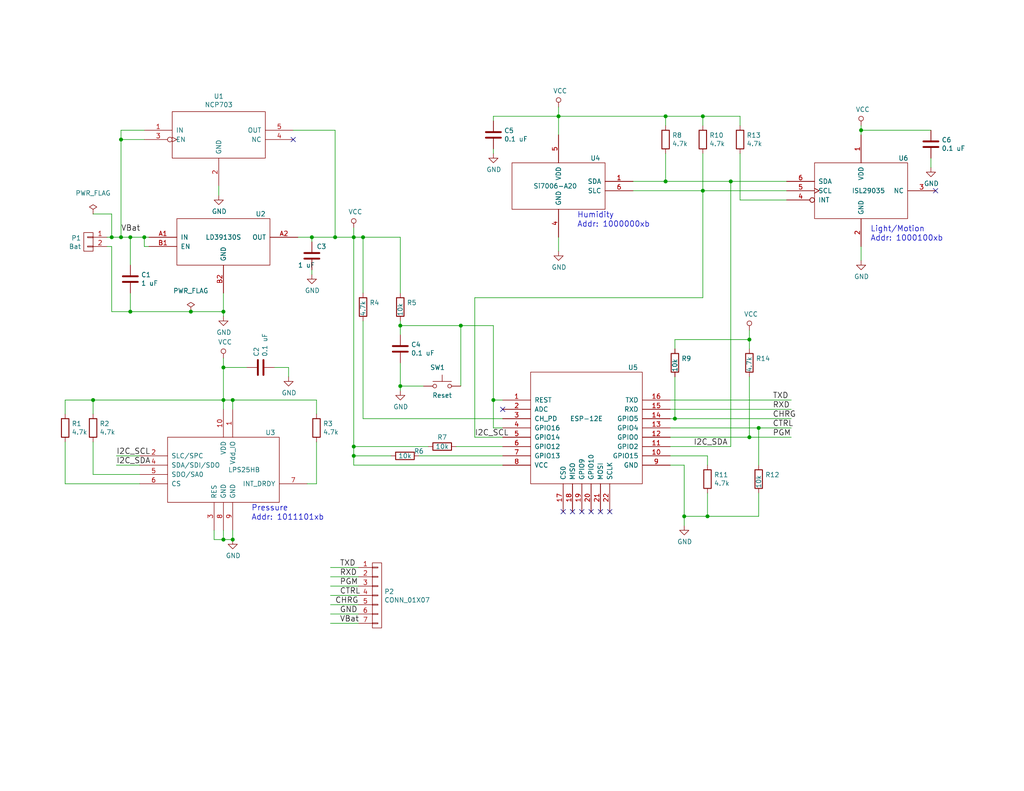
<source format=kicad_sch>
(kicad_sch (version 20230121) (generator eeschema)
  (paper "USLetter")
  (title_block (title "TLPH Node") (company "RockingDLabs") (comment 1 "http://sensornodeinfo.rockingdlabs.com"))
  (lib_symbols
    (symbol "TLPHnode-rescue:C" (pin_numbers hide) (pin_names (offset 0.254))
      (property "Reference" "C" (at 0.635 2.54 0))
      (property "Value" "C" (at 0.635 -2.54 0))
      (symbol "C_0_1"
        (polyline (pts (xy -2.032 -0.762) (xy 2.032 -0.762)) (stroke (width 0.508)))
        (polyline (pts (xy -2.032 0.762) (xy 2.032 0.762)) (stroke (width 0.508)))
      )
      (symbol "C_1_1"
        (pin passive line (at 0 3.81 270) (length 2.794) (name "~") (number "1"))
        (pin passive line (at 0 -3.81 90) (length 2.794) (name "~") (number "2"))
      )
    )
    (symbol "TLPHnode-rescue:CONN_01X02" (pin_names (offset 1.016) hide)
      (property "Reference" "P" (at 0 3.81 0))
      (property "Value" "CONN_01X02" (at 2.54 0 90))
      (symbol "CONN_01X02_0_1"
        (rectangle (start -1.27 -1.143) (end 0.254 -1.397))
        (rectangle (start -1.27 1.397) (end 0.254 1.143))
        (rectangle (start -1.27 2.54) (end 1.27 -2.54))
      )
      (symbol "CONN_01X02_1_1"
        (pin passive line (at -5.08 1.27 0) (length 3.81) (name "P1") (number "1"))
        (pin passive line (at -5.08 -1.27 0) (length 3.81) (name "P2") (number "2"))
      )
    )
    (symbol "TLPHnode-rescue:CONN_01X07" (pin_names (offset 1.016) hide)
      (property "Reference" "P" (at 0 10.16 0))
      (property "Value" "CONN_01X07" (at 2.54 0 90))
      (symbol "CONN_01X07_0_1"
        (rectangle (start -1.27 -8.89) (end 1.27 8.89))
        (rectangle (start -1.27 -7.493) (end 0.254 -7.747))
        (rectangle (start -1.27 -4.953) (end 0.254 -5.207))
        (rectangle (start -1.27 -2.413) (end 0.254 -2.667))
        (rectangle (start -1.27 0.127) (end 0.254 -0.127))
        (rectangle (start -1.27 2.667) (end 0.254 2.413))
        (rectangle (start -1.27 5.207) (end 0.254 4.953))
        (rectangle (start -1.27 7.747) (end 0.254 7.493))
      )
      (symbol "CONN_01X07_1_1"
        (pin passive line (at -5.08 7.62 0) (length 3.81) (name "P1") (number "1"))
        (pin passive line (at -5.08 5.08 0) (length 3.81) (name "P2") (number "2"))
        (pin passive line (at -5.08 2.54 0) (length 3.81) (name "P3") (number "3"))
        (pin passive line (at -5.08 0 0) (length 3.81) (name "P4") (number "4"))
        (pin passive line (at -5.08 -2.54 0) (length 3.81) (name "P5") (number "5"))
        (pin passive line (at -5.08 -5.08 0) (length 3.81) (name "P6") (number "6"))
        (pin passive line (at -5.08 -7.62 0) (length 3.81) (name "P7") (number "7"))
      )
    )
    (symbol "TLPHnode-rescue:ESP-12E" (pin_names (offset 1.016))
      (property "Reference" "U" (at 0 -2.54 0))
      (property "Value" "ESP-12E" (at 0 2.54 0))
      (symbol "ESP-12E_1_0"
        (rectangle (start -15.24 -15.24) (end 15.24 15.24))
      )
      (symbol "ESP-12E_1_1"
        (pin input line (at -22.86 7.62 0) (length 7.62) (name "REST") (number "1"))
        (pin bidirectional line (at 22.86 -7.62 180) (length 7.62) (name "GPIO15") (number "10"))
        (pin bidirectional line (at 22.86 -5.08 180) (length 7.62) (name "GPIO2") (number "11"))
        (pin bidirectional line (at 22.86 -2.54 180) (length 7.62) (name "GPIO0") (number "12"))
        (pin bidirectional line (at 22.86 0 180) (length 7.62) (name "GPIO4") (number "13"))
        (pin bidirectional line (at 22.86 2.54 180) (length 7.62) (name "GPIO5") (number "14"))
        (pin input line (at 22.86 5.08 180) (length 7.62) (name "RXD") (number "15"))
        (pin output line (at 22.86 7.62 180) (length 7.62) (name "TXD") (number "16"))
        (pin bidirectional line (at -6.35 -22.86 90) (length 7.62) (name "CS0") (number "17"))
        (pin bidirectional line (at -3.81 -22.86 90) (length 7.62) (name "MISO") (number "18"))
        (pin bidirectional line (at -1.27 -22.86 90) (length 7.62) (name "GPIO9") (number "19"))
        (pin passive line (at -22.86 5.08 0) (length 7.62) (name "ADC") (number "2"))
        (pin bidirectional line (at 1.27 -22.86 90) (length 7.62) (name "GPIO10") (number "20"))
        (pin bidirectional line (at 3.81 -22.86 90) (length 7.62) (name "MOSI") (number "21"))
        (pin bidirectional line (at 6.35 -22.86 90) (length 7.62) (name "SCLK") (number "22"))
        (pin input line (at -22.86 2.54 0) (length 7.62) (name "CH_PD") (number "3"))
        (pin bidirectional line (at -22.86 0 0) (length 7.62) (name "GPIO16") (number "4"))
        (pin bidirectional line (at -22.86 -2.54 0) (length 7.62) (name "GPIO14") (number "5"))
        (pin bidirectional line (at -22.86 -5.08 0) (length 7.62) (name "GPIO12") (number "6"))
        (pin bidirectional line (at -22.86 -7.62 0) (length 7.62) (name "GPIO13") (number "7"))
        (pin power_in line (at -22.86 -10.16 0) (length 7.62) (name "VCC") (number "8"))
        (pin power_in line (at 22.86 -10.16 180) (length 7.62) (name "GND") (number "9"))
      )
    )
    (symbol "TLPHnode-rescue:GND" (power) (pin_names (offset 0))
      (property "Value" "GND" (at 0 -3.81 0))
      (symbol "GND_0_1"
        (polyline (pts (xy 0 0) (xy 0 -1.27) (xy 1.27 -1.27) (xy 0 -2.54) (xy -1.27 -1.27) (xy 0 -1.27)))
      )
      (symbol "GND_1_1"
        (pin power_in line (at 0 0 270) (length 0) hide (name "GND") (number "1"))
      )
    )
    (symbol "TLPHnode-rescue:ISL29035" (pin_names (offset 1.016))
      (property "Reference" "U" (at 8.89 8.89 0))
      (property "Value" "ISL29035" (at 0 0 0))
      (symbol "ISL29035_1_0"
        (rectangle (start -12.7 -7.62) (end 12.7 7.62))
      )
      (symbol "ISL29035_1_1"
        (pin power_in line (at 0 15.24 270) (length 7.62) (name "VDD") (number "1"))
        (pin power_in line (at 0 -15.24 90) (length 7.62) (name "GND") (number "2"))
        (pin unspecified line (at 20.32 0 180) (length 7.62) (name "NC") (number "3"))
        (pin tri_state inverted (at -20.32 -2.54 0) (length 7.62) (name "INT") (number "4"))
        (pin input clock (at -20.32 0 0) (length 7.62) (name "SCL") (number "5"))
        (pin tri_state line (at -20.32 2.54 0) (length 7.62) (name "SDA") (number "6"))
      )
    )
    (symbol "TLPHnode-rescue:LD39130S" (pin_names (offset 1.016))
      (property "Reference" "U" (at 10.16 7.62 0))
      (property "Value" "LD39130S" (at 0 2.54 0))
      (symbol "LD39130S_1_0"
        (rectangle (start -12.7 -6.35) (end 12.7 6.35))
      )
      (symbol "LD39130S_1_1"
        (pin power_in line (at -20.32 1.27 0) (length 7.62) (name "IN") (number "A1"))
        (pin power_out line (at 20.32 1.27 180) (length 7.62) (name "OUT") (number "A2"))
        (pin input line (at -20.32 -1.27 0) (length 7.62) (name "EN") (number "B1"))
        (pin power_in line (at 0 -13.97 90) (length 7.62) (name "GND") (number "B2"))
      )
    )
    (symbol "TLPHnode-rescue:LPS25HB" (pin_names (offset 1.016))
      (property "Reference" "U" (at 0 -2.54 0))
      (property "Value" "LPS25HB" (at 0 2.54 0))
      (symbol "LPS25HB_1_0"
        (rectangle (start -15.24 -8.89) (end 15.24 8.89))
      )
      (symbol "LPS25HB_1_1"
        (pin power_in line (at 2.54 16.51 270) (length 7.62) (name "Vdd_IO") (number "1"))
        (pin power_in line (at 0 16.51 270) (length 7.62) (name "VDD") (number "10"))
        (pin input line (at -22.86 3.81 0) (length 7.62) (name "SLC/SPC") (number "2"))
        (pin passive line (at -2.54 -16.51 90) (length 7.62) (name "RES") (number "3"))
        (pin tri_state line (at -22.86 1.27 0) (length 7.62) (name "SDA/SDI/SDO") (number "4"))
        (pin tri_state line (at -22.86 -1.27 0) (length 7.62) (name "SDO/SA0") (number "5"))
        (pin input line (at -22.86 -3.81 0) (length 7.62) (name "CS") (number "6"))
        (pin output line (at 22.86 -3.81 180) (length 7.62) (name "INT_DRDY") (number "7"))
        (pin power_in line (at 0 -16.51 90) (length 7.62) (name "GND") (number "8"))
        (pin power_in line (at 2.54 -16.51 90) (length 7.62) (name "GND") (number "9"))
      )
    )
    (symbol "TLPHnode-rescue:NCP703" (pin_names (offset 1.016))
      (property "Reference" "U" (at 0 -2.54 0))
      (property "Value" "NCP703" (at 0 2.54 0))
      (symbol "NCP703_1_0"
        (rectangle (start -12.7 -6.35) (end 12.7 6.35))
      )
      (symbol "NCP703_1_1"
        (pin power_in line (at -20.32 1.27 0) (length 7.62) (name "IN") (number "1"))
        (pin power_in line (at 0 -13.97 90) (length 7.62) (name "GND") (number "2"))
        (pin input inverted_clock (at -20.32 -1.27 0) (length 7.62) (name "EN") (number "3"))
        (pin input line (at 20.32 -1.27 180) (length 7.62) (name "NC") (number "4"))
        (pin power_out line (at 20.32 1.27 180) (length 7.62) (name "OUT") (number "5"))
      )
    )
    (symbol "TLPHnode-rescue:PWR_FLAG" (power) (pin_numbers hide) (pin_names (offset 0) hide)
      (property "Value" "PWR_FLAG" (at 0 3.81 0))
      (symbol "PWR_FLAG_0_0"
        (pin power_out line (at 0 0 90) (length 0) (name "pwr") (number "1"))
      )
      (symbol "PWR_FLAG_0_1"
        (polyline (pts (xy 0 0) (xy 0 1.27) (xy -1.016 1.905) (xy 0 2.54) (xy 1.016 1.905) (xy 0 1.27)))
      )
    )
    (symbol "TLPHnode-rescue:R" (pin_numbers hide) (pin_names (offset 0))
      (property "Reference" "R" (at 2.032 0 90))
      (property "Value" "R" (at 0 0 90))
      (symbol "R_0_1"
        (rectangle (start -1.016 -2.54) (end 1.016 2.54) (stroke (width 0.254)))
      )
      (symbol "R_1_1"
        (pin passive line (at 0 3.81 270) (length 1.27) (name "~") (number "1"))
        (pin passive line (at 0 -3.81 90) (length 1.27) (name "~") (number "2"))
      )
    )
    (symbol "TLPHnode-rescue:SW_Push" (pin_numbers hide) (pin_names (offset 1.016) hide)
      (property "Reference" "SW" (at 1.27 2.54 0))
      (property "Value" "SW_Push" (at 0 -1.524 0))
      (symbol "SW_Push_0_1"
        (circle (center -2.032 0) (radius 0.508))
        (polyline (pts (xy 0 1.27) (xy 0 3.048)))
        (polyline (pts (xy 2.54 1.27) (xy -2.54 1.27)))
        (circle (center 2.032 0) (radius 0.508))
        (pin passive line (at -5.08 0 0) (length 2.54) (name "1") (number "1"))
        (pin passive line (at 5.08 0 180) (length 2.54) (name "2") (number "2"))
      )
    )
    (symbol "TLPHnode-rescue:Si7006-A20" (pin_names (offset 1.016))
      (property "Reference" "U" (at 0 -2.54 0))
      (property "Value" "Si7006-A20" (at -1.27 0 0))
      (symbol "Si7006-A20_1_0"
        (rectangle (start -12.7 -6.35) (end 12.7 6.35))
      )
      (symbol "Si7006-A20_1_1"
        (pin tri_state line (at 20.32 1.27 180) (length 7.62) (name "SDA") (number "1"))
        (pin power_in line (at 0 -13.97 90) (length 7.62) (name "GND") (number "4"))
        (pin power_in line (at 0 13.97 270) (length 7.62) (name "VDD") (number "5"))
        (pin tri_state line (at 20.32 -1.27 180) (length 7.62) (name "SLC") (number "6"))
      )
    )
    (symbol "TLPHnode-rescue:VCC" (power) (pin_names (offset 0))
      (property "Value" "VCC" (at 0 3.81 0))
      (symbol "VCC_0_1"
        (polyline (pts (xy 0 0) (xy 0 1.27)))
        (circle (center 0 1.905) (radius 0.635))
      )
      (symbol "VCC_1_1"
        (pin power_in line (at 0 0 90) (length 0) hide (name "VCC") (number "1"))
      )
    )
  )
  (junction (at 39.37 64.77))
  (junction (at 85.09 64.77))
  (junction (at 63.5 147.32))
  (junction (at 186.69 140.97))
  (junction (at 184.15 114.3))
  (junction (at 35.56 64.77))
  (junction (at 125.73 88.9))
  (junction (at 60.96 85.09))
  (junction (at 30.48 64.77))
  (junction (at 109.22 88.9))
  (junction (at 33.02 64.77))
  (junction (at 204.47 119.38))
  (junction (at 134.62 109.22))
  (junction (at 152.4 31.75))
  (junction (at 63.5 109.22))
  (junction (at 60.96 147.32))
  (junction (at 52.07 85.09))
  (junction (at 181.61 31.75))
  (junction (at 234.95 35.56))
  (junction (at 96.52 124.46))
  (junction (at 60.96 100.33))
  (junction (at 25.4 109.22))
  (junction (at 99.06 64.77))
  (junction (at 181.61 49.53))
  (junction (at 33.02 38.1))
  (junction (at 96.52 121.92))
  (junction (at 35.56 85.09))
  (junction (at 199.39 49.53))
  (junction (at 96.52 64.77))
  (junction (at 109.22 105.41))
  (junction (at 204.47 92.71))
  (junction (at 193.04 140.97))
  (junction (at 60.96 109.22))
  (junction (at 91.44 64.77))
  (junction (at 207.01 116.84))
  (junction (at 191.77 52.07))
  (junction (at 191.77 31.75))
  (no_connect (at 156.21 139.7))
  (no_connect (at 255.27 52.07))
  (no_connect (at 158.75 139.7))
  (no_connect (at 80.01 38.1))
  (no_connect (at 163.83 139.7))
  (no_connect (at 161.29 139.7))
  (no_connect (at 137.16 111.76))
  (no_connect (at 153.67 139.7))
  (no_connect (at 166.37 139.7))
  (wire (pts (xy 254 43.18) (xy 254 45.72)))
  (wire (pts (xy 25.4 58.42) (xy 30.48 58.42)))
  (wire (pts (xy 40.64 67.31) (xy 39.37 67.31)))
  (wire (pts (xy 96.52 121.92) (xy 96.52 124.46)))
  (wire (pts (xy 181.61 49.53) (xy 199.39 49.53)))
  (wire (pts (xy 60.96 109.22) (xy 60.96 111.76)))
  (wire (pts (xy 137.16 114.3) (xy 99.06 114.3)))
  (wire (pts (xy 191.77 52.07) (xy 214.63 52.07)))
  (wire (pts (xy 63.5 147.32) (xy 63.5 144.78)))
  (wire (pts (xy 35.56 80.01) (xy 35.56 85.09)))
  (wire (pts (xy 182.88 114.3) (xy 184.15 114.3)))
  (wire (pts (xy 186.69 140.97) (xy 186.69 143.51)))
  (wire (pts (xy 38.1 124.46) (xy 31.75 124.46)))
  (wire (pts (xy 35.56 64.77) (xy 35.56 72.39)))
  (wire (pts (xy 137.16 109.22) (xy 134.62 109.22)))
  (wire (pts (xy 181.61 31.75) (xy 191.77 31.75)))
  (wire (pts (xy 85.09 74.93) (xy 85.09 73.66)))
  (wire (pts (xy 186.69 140.97) (xy 193.04 140.97)))
  (wire (pts (xy 85.09 64.77) (xy 91.44 64.77)))
  (wire (pts (xy 207.01 140.97) (xy 207.01 134.62)))
  (wire (pts (xy 152.4 31.75) (xy 152.4 36.83)))
  (wire (pts (xy 184.15 92.71) (xy 204.47 92.71)))
  (wire (pts (xy 60.96 85.09) (xy 60.96 86.36)))
  (wire (pts (xy 52.07 85.09) (xy 60.96 85.09)))
  (wire (pts (xy 60.96 97.79) (xy 60.96 100.33)))
  (wire (pts (xy 63.5 109.22) (xy 63.5 111.76)))
  (wire (pts (xy 199.39 49.53) (xy 214.63 49.53)))
  (wire (pts (xy 60.96 147.32) (xy 63.5 147.32)))
  (wire (pts (xy 109.22 88.9) (xy 125.73 88.9)))
  (wire (pts (xy 78.74 100.33) (xy 78.74 102.87)))
  (wire (pts (xy 204.47 119.38) (xy 215.9 119.38)))
  (wire (pts (xy 109.22 105.41) (xy 109.22 106.68)))
  (wire (pts (xy 58.42 144.78) (xy 58.42 147.32)))
  (wire (pts (xy 99.06 64.77) (xy 109.22 64.77)))
  (wire (pts (xy 134.62 109.22) (xy 134.62 116.84)))
  (wire (pts (xy 109.22 105.41) (xy 115.57 105.41)))
  (wire (pts (xy 96.52 62.23) (xy 96.52 64.77)))
  (wire (pts (xy 85.09 66.04) (xy 85.09 64.77)))
  (wire (pts (xy 97.79 167.64) (xy 90.17 167.64)))
  (wire (pts (xy 186.69 127) (xy 186.69 140.97)))
  (wire (pts (xy 184.15 95.25) (xy 184.15 92.71)))
  (wire (pts (xy 17.78 120.65) (xy 17.78 132.08)))
  (wire (pts (xy 74.93 100.33) (xy 78.74 100.33)))
  (wire (pts (xy 182.88 111.76) (xy 215.9 111.76)))
  (wire (pts (xy 152.4 31.75) (xy 181.61 31.75)))
  (wire (pts (xy 96.52 127) (xy 137.16 127)))
  (wire (pts (xy 172.72 49.53) (xy 181.61 49.53)))
  (wire (pts (xy 99.06 64.77) (xy 99.06 80.01)))
  (wire (pts (xy 35.56 85.09) (xy 52.07 85.09)))
  (wire (pts (xy 199.39 121.92) (xy 199.39 49.53)))
  (wire (pts (xy 39.37 67.31) (xy 39.37 64.77)))
  (wire (pts (xy 134.62 88.9) (xy 134.62 109.22)))
  (wire (pts (xy 109.22 99.06) (xy 109.22 105.41)))
  (wire (pts (xy 97.79 165.1) (xy 90.17 165.1)))
  (wire (pts (xy 191.77 52.07) (xy 191.77 81.28)))
  (wire (pts (xy 25.4 129.54) (xy 25.4 120.65)))
  (wire (pts (xy 25.4 113.03) (xy 25.4 109.22)))
  (wire (pts (xy 124.46 121.92) (xy 137.16 121.92)))
  (wire (pts (xy 193.04 140.97) (xy 207.01 140.97)))
  (wire (pts (xy 116.84 121.92) (xy 96.52 121.92)))
  (wire (pts (xy 39.37 35.56) (xy 33.02 35.56)))
  (wire (pts (xy 207.01 127) (xy 207.01 116.84)))
  (wire (pts (xy 134.62 33.02) (xy 134.62 31.75)))
  (wire (pts (xy 109.22 87.63) (xy 109.22 88.9)))
  (wire (pts (xy 234.95 35.56) (xy 254 35.56)))
  (wire (pts (xy 234.95 35.56) (xy 234.95 36.83)))
  (wire (pts (xy 60.96 109.22) (xy 63.5 109.22)))
  (wire (pts (xy 97.79 160.02) (xy 90.17 160.02)))
  (wire (pts (xy 39.37 64.77) (xy 40.64 64.77)))
  (wire (pts (xy 96.52 64.77) (xy 96.52 121.92)))
  (wire (pts (xy 184.15 114.3) (xy 215.9 114.3)))
  (wire (pts (xy 33.02 38.1) (xy 39.37 38.1)))
  (wire (pts (xy 29.21 64.77) (xy 30.48 64.77)))
  (wire (pts (xy 182.88 109.22) (xy 215.9 109.22)))
  (wire (pts (xy 134.62 40.64) (xy 134.62 41.91)))
  (wire (pts (xy 234.95 34.29) (xy 234.95 35.56)))
  (wire (pts (xy 86.36 132.08) (xy 86.36 120.65)))
  (wire (pts (xy 81.28 64.77) (xy 85.09 64.77)))
  (wire (pts (xy 182.88 116.84) (xy 207.01 116.84)))
  (wire (pts (xy 38.1 129.54) (xy 25.4 129.54)))
  (wire (pts (xy 29.21 67.31) (xy 30.48 67.31)))
  (wire (pts (xy 152.4 29.21) (xy 152.4 31.75)))
  (wire (pts (xy 207.01 116.84) (xy 215.9 116.84)))
  (wire (pts (xy 182.88 127) (xy 186.69 127)))
  (wire (pts (xy 33.02 35.56) (xy 33.02 38.1)))
  (wire (pts (xy 181.61 41.91) (xy 181.61 49.53)))
  (wire (pts (xy 193.04 124.46) (xy 193.04 127)))
  (wire (pts (xy 33.02 64.77) (xy 35.56 64.77)))
  (wire (pts (xy 172.72 52.07) (xy 191.77 52.07)))
  (wire (pts (xy 60.96 100.33) (xy 60.96 109.22)))
  (wire (pts (xy 109.22 88.9) (xy 109.22 91.44)))
  (wire (pts (xy 60.96 144.78) (xy 60.96 147.32)))
  (wire (pts (xy 201.93 54.61) (xy 214.63 54.61)))
  (wire (pts (xy 33.02 38.1) (xy 33.02 64.77)))
  (wire (pts (xy 125.73 88.9) (xy 125.73 105.41)))
  (wire (pts (xy 35.56 64.77) (xy 39.37 64.77)))
  (wire (pts (xy 201.93 41.91) (xy 201.93 54.61)))
  (wire (pts (xy 191.77 31.75) (xy 201.93 31.75)))
  (wire (pts (xy 137.16 124.46) (xy 114.3 124.46)))
  (wire (pts (xy 182.88 124.46) (xy 193.04 124.46)))
  (wire (pts (xy 191.77 34.29) (xy 191.77 31.75)))
  (wire (pts (xy 97.79 170.18) (xy 90.17 170.18)))
  (wire (pts (xy 191.77 41.91) (xy 191.77 52.07)))
  (wire (pts (xy 25.4 109.22) (xy 60.96 109.22)))
  (wire (pts (xy 17.78 132.08) (xy 38.1 132.08)))
  (wire (pts (xy 134.62 116.84) (xy 137.16 116.84)))
  (wire (pts (xy 193.04 134.62) (xy 193.04 140.97)))
  (wire (pts (xy 234.95 67.31) (xy 234.95 71.12)))
  (wire (pts (xy 201.93 31.75) (xy 201.93 34.29)))
  (wire (pts (xy 204.47 90.17) (xy 204.47 92.71)))
  (wire (pts (xy 182.88 121.92) (xy 199.39 121.92)))
  (wire (pts (xy 80.01 35.56) (xy 91.44 35.56)))
  (wire (pts (xy 91.44 35.56) (xy 91.44 64.77)))
  (wire (pts (xy 152.4 64.77) (xy 152.4 68.58)))
  (wire (pts (xy 137.16 119.38) (xy 129.54 119.38)))
  (wire (pts (xy 204.47 92.71) (xy 204.47 95.25)))
  (wire (pts (xy 182.88 119.38) (xy 204.47 119.38)))
  (wire (pts (xy 129.54 119.38) (xy 129.54 81.28)))
  (wire (pts (xy 106.68 124.46) (xy 96.52 124.46)))
  (wire (pts (xy 129.54 81.28) (xy 191.77 81.28)))
  (wire (pts (xy 58.42 147.32) (xy 60.96 147.32)))
  (wire (pts (xy 17.78 113.03) (xy 17.78 109.22)))
  (wire (pts (xy 30.48 85.09) (xy 35.56 85.09)))
  (wire (pts (xy 91.44 64.77) (xy 96.52 64.77)))
  (wire (pts (xy 97.79 162.56) (xy 90.17 162.56)))
  (wire (pts (xy 184.15 102.87) (xy 184.15 114.3)))
  (wire (pts (xy 30.48 58.42) (xy 30.48 64.77)))
  (wire (pts (xy 134.62 31.75) (xy 152.4 31.75)))
  (wire (pts (xy 38.1 127) (xy 31.75 127)))
  (wire (pts (xy 109.22 64.77) (xy 109.22 80.01)))
  (wire (pts (xy 86.36 109.22) (xy 86.36 113.03)))
  (wire (pts (xy 96.52 64.77) (xy 99.06 64.77)))
  (wire (pts (xy 83.82 132.08) (xy 86.36 132.08)))
  (wire (pts (xy 30.48 67.31) (xy 30.48 85.09)))
  (wire (pts (xy 60.96 80.01) (xy 60.96 85.09)))
  (wire (pts (xy 97.79 154.94) (xy 90.17 154.94)))
  (wire (pts (xy 30.48 64.77) (xy 33.02 64.77)))
  (wire (pts (xy 99.06 114.3) (xy 99.06 87.63)))
  (wire (pts (xy 125.73 88.9) (xy 134.62 88.9)))
  (wire (pts (xy 59.69 50.8) (xy 59.69 53.34)))
  (wire (pts (xy 96.52 124.46) (xy 96.52 127)))
  (wire (pts (xy 63.5 109.22) (xy 86.36 109.22)))
  (wire (pts (xy 97.79 157.48) (xy 90.17 157.48)))
  (wire (pts (xy 204.47 102.87) (xy 204.47 119.38)))
  (wire (pts (xy 181.61 31.75) (xy 181.61 34.29)))
  (wire (pts (xy 17.78 109.22) (xy 25.4 109.22)))
  (wire (pts (xy 67.31 100.33) (xy 60.96 100.33)))
  (text "Humidity" (at 157.48 59.69 0) (effects (font (size 1.524 1.524)) (justify left bottom)))
  (text "Pressure" (at 68.58 139.7 0) (effects (font (size 1.524 1.524)) (justify left bottom)))
  (text "Addr: 1000000xb" (at 157.48 62.23 0) (effects (font (size 1.524 1.524)) (justify left bottom)))
  (text "Light/Motion" (at 237.49 63.5 0) (effects (font (size 1.524 1.524)) (justify left bottom)))
  (text "Addr: 1000100xb" (at 237.49 66.04 0) (effects (font (size 1.524 1.524)) (justify left bottom)))
  (text "Addr: 1011101xb" (at 68.58 142.24 0) (effects (font (size 1.524 1.524)) (justify left bottom)))
  (label "GND" (at 92.71 167.64 0) (effects (font (size 1.524 1.524))))
  (label "I2C_SCL" (at 129.54 119.38 0) (effects (font (size 1.524 1.524))))
  (label "I2C_SCL" (at 31.75 124.46 0) (effects (font (size 1.524 1.524))))
  (label "RXD" (at 210.82 111.76 0) (effects (font (size 1.524 1.524))))
  (label "PGM" (at 210.82 119.38 0) (effects (font (size 1.524 1.524))))
  (label "CTRL" (at 210.82 116.84 0) (effects (font (size 1.524 1.524))))
  (label "VBat" (at 92.71 170.18 0) (effects (font (size 1.524 1.524))))
  (label "VBat" (at 33.02 63.5 0) (effects (font (size 1.524 1.524))))
  (label "I2C_SDA" (at 31.75 127 0) (effects (font (size 1.524 1.524))))
  (label "PGM" (at 92.71 160.02 0) (effects (font (size 1.524 1.524))))
  (label "TXD" (at 210.82 109.22 0) (effects (font (size 1.524 1.524))))
  (label "CTRL" (at 92.71 162.56 0) (effects (font (size 1.524 1.524))))
  (label "CHRG" (at 91.44 165.1 0) (effects (font (size 1.524 1.524))))
  (label "TXD" (at 92.71 154.94 0) (effects (font (size 1.524 1.524))))
  (label "CHRG" (at 210.82 114.3 0) (effects (font (size 1.524 1.524))))
  (label "I2C_SDA" (at 189.23 121.92 0) (effects (font (size 1.524 1.524))))
  (label "RXD" (at 92.71 157.48 0) (effects (font (size 1.524 1.524))))
  (symbol (lib_id "TLPHnode-rescue:ESP-12E") (at 160.02 116.84 0) (unit 1)
    (property "Reference" "U5" (at 172.72 100.33 0))
    (property "Value" "ESP-12E" (at 160.02 114.3 0))
    (property "Footprint" "ESP8266:ESP-12E" (effects hide))
  )
  (symbol (lib_id "TLPHnode-rescue:ISL29035") (at 234.95 52.07 0) (unit 1)
    (property "Reference" "U6" (at 245.11 43.18 0) (effects (justify left)))
    (property "Value" "ISL29035" (at 232.41 52.07 0) (effects (justify left)))
    (property "Footprint" "rockingdlabs:ISL29035-DFN-6-1.5x1.6mm_Pitch0.5mm" (effects hide))
  )
  (symbol (lib_id "TLPHnode-rescue:Si7006-A20") (at 152.4 50.8 0) (unit 1)
    (property "Reference" "U4" (at 163.83 43.18 0) (effects (justify right)))
    (property "Value" "Si7006-A20" (at 157.48 50.8 0) (effects (justify right)))
    (property "Footprint" "rockingdlabs:Si7006_A20-DFN-6" (effects hide))
    (property "Datasheet" "DOCUMENTATION" (effects hide))
  )
  (symbol (lib_id "TLPHnode-rescue:SW_Push") (at 120.65 105.41 0) (unit 1)
    (property "Reference" "SW1" (at 119.38 100.33 0))
    (property "Value" "Reset" (at 120.65 107.95 0))
    (property "Footprint" "rockingdlabs:ESwitch-SMD-4" (effects hide))
  )
  (symbol (lib_id "TLPHnode-rescue:CONN_01X02") (at 24.13 66.04 0) (mirror y) (unit 1)
    (property "Reference" "P1" (at 22.1488 64.9986 0) (effects (justify left)))
    (property "Value" "Bat" (at 22.1488 67.31 0) (effects (justify left)))
    (property "Footprint" "Pin_Headers:Pin_Header_Straight_1x02" (effects hide))
  )
  (symbol (lib_id "TLPHnode-rescue:GND") (at 109.22 106.68 0) (unit 1)
    (property "Reference" "#PWR01" (effects hide))
    (property "Value" "GND" (at 109.347 111.0742 0))
  )
  (symbol (lib_id "TLPHnode-rescue:VCC") (at 96.52 62.23 0) (unit 1)
    (property "Reference" "#PWR02" (effects hide))
    (property "Value" "VCC" (at 96.9518 57.8358 0))
  )
  (symbol (lib_id "TLPHnode-rescue:R") (at 99.06 83.82 0) (unit 1)
    (property "Reference" "R4" (at 100.838 82.6516 0) (effects (justify left)))
    (property "Value" "4.7k" (at 99.06 86.36 90) (effects (justify left)))
    (property "Footprint" "Resistors_SMD:R_0603" (effects hide))
  )
  (symbol (lib_id "TLPHnode-rescue:R") (at 109.22 83.82 0) (unit 1)
    (property "Reference" "R5" (at 110.998 82.6516 0) (effects (justify left)))
    (property "Value" "10k" (at 109.22 86.36 90) (effects (justify left)))
    (property "Footprint" "Resistors_SMD:R_0603" (effects hide))
  )
  (symbol (lib_id "TLPHnode-rescue:C") (at 109.22 95.25 0) (unit 1)
    (property "Reference" "C4" (at 112.141 94.0816 0) (effects (justify left)))
    (property "Value" "0.1 uF" (at 112.141 96.393 0) (effects (justify left)))
    (property "Footprint" "Capacitors_SMD:C_0603" (effects hide))
  )
  (symbol (lib_id "TLPHnode-rescue:PWR_FLAG") (at 52.07 85.09 0) (unit 1)
    (property "Reference" "#FLG03" (effects hide))
    (property "Value" "PWR_FLAG" (at 52.07 79.4004 0))
  )
  (symbol (lib_id "TLPHnode-rescue:GND") (at 60.96 86.36 0) (unit 1)
    (property "Reference" "#PWR04" (effects hide))
    (property "Value" "GND" (at 61.087 90.7542 0))
  )
  (symbol (lib_id "TLPHnode-rescue:GND") (at 152.4 68.58 0) (unit 1)
    (property "Reference" "#PWR05" (effects hide))
    (property "Value" "GND" (at 152.527 72.9742 0))
  )
  (symbol (lib_id "TLPHnode-rescue:GND") (at 234.95 71.12 0) (unit 1)
    (property "Reference" "#PWR06" (effects hide))
    (property "Value" "GND" (at 235.077 75.5142 0))
  )
  (symbol (lib_id "TLPHnode-rescue:VCC") (at 152.4 29.21 0) (unit 1)
    (property "Reference" "#PWR07" (effects hide))
    (property "Value" "VCC" (at 152.8318 24.8158 0))
  )
  (symbol (lib_id "TLPHnode-rescue:VCC") (at 234.95 34.29 0) (unit 1)
    (property "Reference" "#PWR08" (effects hide))
    (property "Value" "VCC" (at 235.3818 29.8958 0))
  )
  (symbol (lib_id "TLPHnode-rescue:R") (at 181.61 38.1 0) (unit 1)
    (property "Reference" "R8" (at 183.388 36.9316 0) (effects (justify left)))
    (property "Value" "4.7k" (at 183.388 39.243 0) (effects (justify left)))
    (property "Footprint" "Resistors_SMD:R_0603" (effects hide))
  )
  (symbol (lib_id "TLPHnode-rescue:R") (at 191.77 38.1 0) (unit 1)
    (property "Reference" "R10" (at 193.548 36.9316 0) (effects (justify left)))
    (property "Value" "4.7k" (at 193.548 39.243 0) (effects (justify left)))
    (property "Footprint" "Resistors_SMD:R_0603" (effects hide))
  )
  (symbol (lib_id "TLPHnode-rescue:R") (at 201.93 38.1 0) (unit 1)
    (property "Reference" "R13" (at 203.708 36.9316 0) (effects (justify left)))
    (property "Value" "4.7k" (at 203.708 39.243 0) (effects (justify left)))
    (property "Footprint" "Resistors_SMD:R_0603" (effects hide))
  )
  (symbol (lib_id "TLPHnode-rescue:GND") (at 186.69 143.51 0) (unit 1)
    (property "Reference" "#PWR09" (effects hide))
    (property "Value" "GND" (at 186.817 147.9042 0))
  )
  (symbol (lib_id "TLPHnode-rescue:R") (at 193.04 130.81 0) (unit 1)
    (property "Reference" "R11" (at 194.818 129.6416 0) (effects (justify left)))
    (property "Value" "4.7k" (at 194.818 131.953 0) (effects (justify left)))
    (property "Footprint" "Resistors_SMD:R_0603" (effects hide))
  )
  (symbol (lib_id "TLPHnode-rescue:R") (at 110.49 124.46 270) (unit 1)
    (property "Reference" "R6" (at 114.3 123.19 90))
    (property "Value" "10k" (at 110.49 124.46 90))
    (property "Footprint" "Resistors_SMD:R_0603" (effects hide))
  )
  (symbol (lib_id "TLPHnode-rescue:R") (at 120.65 121.92 270) (unit 1)
    (property "Reference" "R7" (at 120.65 119.38 90))
    (property "Value" "10k" (at 120.65 121.92 90))
    (property "Footprint" "Resistors_SMD:R_0603" (effects hide))
  )
  (symbol (lib_id "TLPHnode-rescue:R") (at 204.47 99.06 0) (unit 1)
    (property "Reference" "R14" (at 206.248 97.8916 0) (effects (justify left)))
    (property "Value" "4.7k" (at 204.47 101.6 90) (effects (justify left)))
    (property "Footprint" "Resistors_SMD:R_0603" (effects hide))
  )
  (symbol (lib_id "TLPHnode-rescue:VCC") (at 204.47 90.17 0) (unit 1)
    (property "Reference" "#PWR010" (effects hide))
    (property "Value" "VCC" (at 204.9018 85.7758 0))
  )
  (symbol (lib_id "TLPHnode-rescue:R") (at 207.01 130.81 0) (unit 1)
    (property "Reference" "R12" (at 208.788 129.6416 0) (effects (justify left)))
    (property "Value" "10k" (at 207.01 133.35 90) (effects (justify left)))
    (property "Footprint" "Resistors_SMD:R_0603" (effects hide))
  )
  (symbol (lib_id "TLPHnode-rescue:R") (at 184.15 99.06 0) (unit 1)
    (property "Reference" "R9" (at 185.928 97.8916 0) (effects (justify left)))
    (property "Value" "10k" (at 184.15 101.6 90) (effects (justify left)))
    (property "Footprint" "Resistors_SMD:R_0603" (effects hide))
  )
  (symbol (lib_id "TLPHnode-rescue:C") (at 254 39.37 0) (unit 1)
    (property "Reference" "C6" (at 256.921 38.2016 0) (effects (justify left)))
    (property "Value" "0.1 uF" (at 256.921 40.513 0) (effects (justify left)))
    (property "Footprint" "Capacitors_SMD:C_0603" (effects hide))
  )
  (symbol (lib_id "TLPHnode-rescue:GND") (at 254 45.72 0) (unit 1)
    (property "Reference" "#PWR011" (effects hide))
    (property "Value" "GND" (at 254.127 50.1142 0))
  )
  (symbol (lib_id "TLPHnode-rescue:C") (at 134.62 36.83 0) (unit 1)
    (property "Reference" "C5" (at 137.541 35.6616 0) (effects (justify left)))
    (property "Value" "0.1 uF" (at 137.541 37.973 0) (effects (justify left)))
    (property "Footprint" "Capacitors_SMD:C_0603" (effects hide))
  )
  (symbol (lib_id "TLPHnode-rescue:GND") (at 134.62 41.91 0) (unit 1)
    (property "Reference" "#PWR012" (effects hide))
    (property "Value" "GND" (at 134.747 46.3042 0))
  )
  (symbol (lib_id "TLPHnode-rescue:C") (at 35.56 76.2 0) (unit 1)
    (property "Reference" "C1" (at 38.481 75.0316 0) (effects (justify left)))
    (property "Value" "1 uF" (at 38.481 77.343 0) (effects (justify left)))
    (property "Footprint" "Capacitors_SMD:C_0603" (effects hide))
  )
  (symbol (lib_id "TLPHnode-rescue:C") (at 85.09 69.85 0) (unit 1)
    (property "Reference" "C3" (at 86.36 67.31 0) (effects (justify left)))
    (property "Value" "1 uF" (at 81.28 72.39 0) (effects (justify left)))
    (property "Footprint" "Capacitors_SMD:C_0603" (effects hide))
  )
  (symbol (lib_id "TLPHnode-rescue:GND") (at 85.09 74.93 0) (unit 1)
    (property "Reference" "#PWR013" (effects hide))
    (property "Value" "GND" (at 85.217 79.3242 0))
  )
  (symbol (lib_id "TLPHnode-rescue:PWR_FLAG") (at 25.4 58.42 0) (unit 1)
    (property "Reference" "#FLG014" (effects hide))
    (property "Value" "PWR_FLAG" (at 25.4 52.7304 0))
  )
  (symbol (lib_id "TLPHnode-rescue:LD39130S") (at 60.96 66.04 0) (unit 1)
    (property "Reference" "U2" (at 71.12 58.42 0))
    (property "Value" "LD39130S" (at 60.96 64.77 0))
    (property "Footprint" "rockingdlabs:LD39130S-FlipChip-4" (effects hide))
    (property "Datasheet" "DOCUMENTATION" (effects hide))
  )
  (symbol (lib_id "TLPHnode-rescue:GND") (at 59.69 53.34 0) (unit 1)
    (property "Reference" "#PWR015" (effects hide))
    (property "Value" "GND" (at 59.817 57.7342 0))
  )
  (symbol (lib_id "TLPHnode-rescue:NCP703") (at 59.69 36.83 0) (unit 1)
    (property "Reference" "U1" (at 59.69 26.289 0))
    (property "Value" "NCP703" (at 59.69 28.6004 0))
    (property "Footprint" "rockingdlabs:NCP703-TSOP-5" (effects hide))
    (property "Datasheet" "DOCUMENTATION" (effects hide))
  )
  (symbol (lib_id "TLPHnode-rescue:GND") (at 63.5 147.32 0) (unit 1)
    (property "Reference" "#PWR016" (effects hide))
    (property "Value" "GND" (at 63.627 151.7142 0))
  )
  (symbol (lib_id "TLPHnode-rescue:VCC") (at 60.96 97.79 0) (unit 1)
    (property "Reference" "#PWR017" (effects hide))
    (property "Value" "VCC" (at 61.3918 93.3958 0))
  )
  (symbol (lib_id "TLPHnode-rescue:R") (at 86.36 116.84 0) (unit 1)
    (property "Reference" "R3" (at 88.138 115.6716 0) (effects (justify left)))
    (property "Value" "4.7k" (at 88.138 117.983 0) (effects (justify left)))
    (property "Footprint" "Resistors_SMD:R_0603" (effects hide))
  )
  (symbol (lib_id "TLPHnode-rescue:R") (at 17.78 116.84 0) (unit 1)
    (property "Reference" "R1" (at 19.558 115.6716 0) (effects (justify left)))
    (property "Value" "4.7k" (at 19.558 117.983 0) (effects (justify left)))
    (property "Footprint" "Resistors_SMD:R_0603" (effects hide))
  )
  (symbol (lib_id "TLPHnode-rescue:R") (at 25.4 116.84 0) (unit 1)
    (property "Reference" "R2" (at 27.178 115.6716 0) (effects (justify left)))
    (property "Value" "4.7k" (at 27.178 117.983 0) (effects (justify left)))
    (property "Footprint" "Resistors_SMD:R_0603" (effects hide))
  )
  (symbol (lib_id "TLPHnode-rescue:C") (at 71.12 100.33 90) (unit 1)
    (property "Reference" "C2" (at 69.9516 97.409 0) (effects (justify left)))
    (property "Value" "0.1 uF" (at 72.263 97.409 0) (effects (justify left)))
    (property "Footprint" "Capacitors_SMD:C_0603" (effects hide))
  )
  (symbol (lib_id "TLPHnode-rescue:GND") (at 78.74 102.87 0) (unit 1)
    (property "Reference" "#PWR018" (effects hide))
    (property "Value" "GND" (at 78.867 107.2642 0))
  )
  (symbol (lib_id "TLPHnode-rescue:LPS25HB") (at 60.96 128.27 0) (unit 1)
    (property "Reference" "U3" (at 72.39 118.11 0) (effects (justify left)))
    (property "Value" "LPS25HB" (at 62.23 128.27 0) (effects (justify left)))
    (property "Footprint" "rockingdlabs:LPS25HB-HLGA-10L-2.5x2.5mm" (effects hide))
    (property "Datasheet" "DOCUMENTATION" (effects hide))
  )
  (symbol (lib_id "TLPHnode-rescue:CONN_01X07") (at 102.87 162.56 0) (unit 1)
    (property "Reference" "P2" (at 104.8512 161.5186 0) (effects (justify left)))
    (property "Value" "CONN_01X07" (at 104.8512 163.83 0) (effects (justify left)))
    (property "Footprint" "rockingdlabs:FPC_conn-7_8x4.9mm_Pitch0.5mm" (effects hide))
  )
)
</source>
